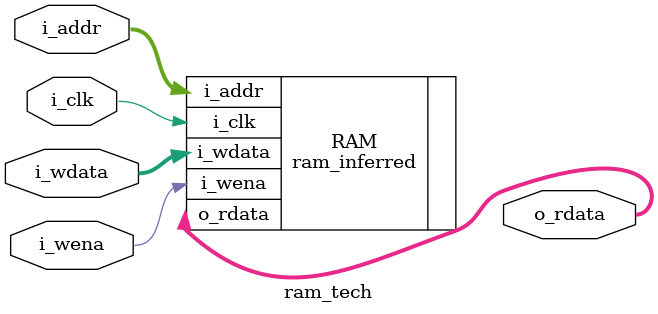
<source format=sv>
`timescale 1ns/10ps

module ram_tech
#(
    parameter abits = 12,
    parameter dbits = 64
)
(
    input                      i_clk,
    input [abits - 1:0]        i_addr,
    output logic [dbits - 1:0] o_rdata,
    input                      i_wena,
    input [dbits - 1:0]        i_wdata
);

    ram_inferred
    #(
        .abits(abits),
        .dbits(dbits)
    ) RAM (
        .i_clk,
        .i_addr,
        .o_rdata,
        .i_wena,
        .i_wdata
    );

endmodule: ram_tech
</source>
